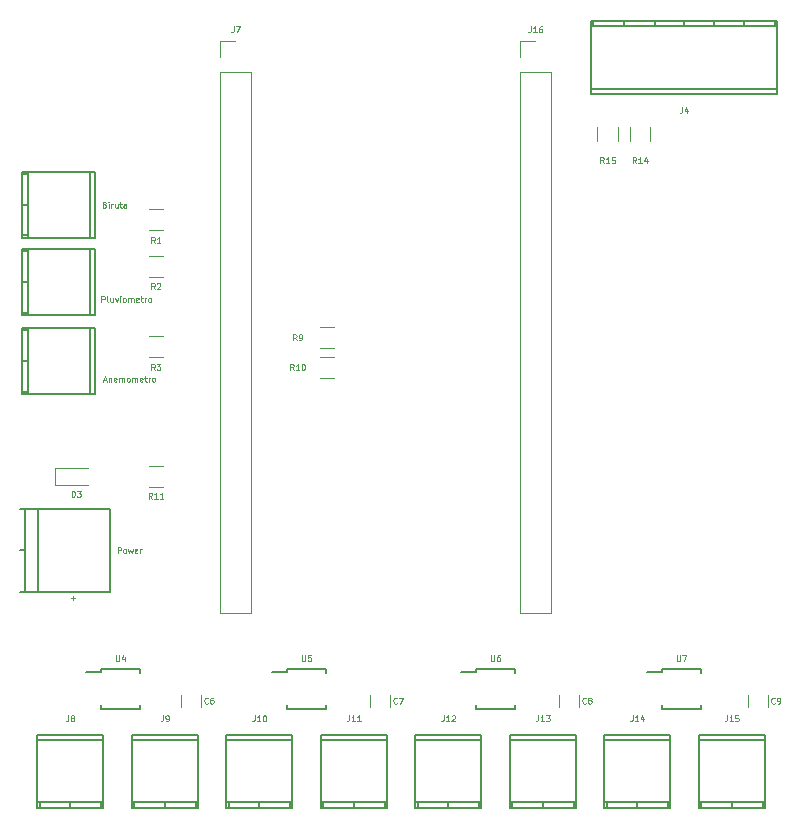
<source format=gbr>
G04 #@! TF.FileFunction,Legend,Top*
%FSLAX46Y46*%
G04 Gerber Fmt 4.6, Leading zero omitted, Abs format (unit mm)*
G04 Created by KiCad (PCBNEW 4.0.7-e2-6376~58~ubuntu16.04.1) date Wed Sep  5 16:40:10 2018*
%MOMM*%
%LPD*%
G01*
G04 APERTURE LIST*
%ADD10C,0.100000*%
%ADD11C,0.075000*%
%ADD12C,0.120000*%
%ADD13C,0.150000*%
G04 APERTURE END LIST*
D10*
D11*
X107059524Y-76785714D02*
X107440476Y-76785714D01*
X107250000Y-76976190D02*
X107250000Y-76595238D01*
D12*
X118100000Y-86000000D02*
X118100000Y-85000000D01*
X116400000Y-85000000D02*
X116400000Y-86000000D01*
X134100000Y-86000000D02*
X134100000Y-85000000D01*
X132400000Y-85000000D02*
X132400000Y-86000000D01*
X150100000Y-86000000D02*
X150100000Y-85000000D01*
X148400000Y-85000000D02*
X148400000Y-86000000D01*
X166100000Y-86000000D02*
X166100000Y-85000000D01*
X164400000Y-85000000D02*
X164400000Y-86000000D01*
X105700000Y-65800000D02*
X105700000Y-67200000D01*
X105700000Y-67200000D02*
X108500000Y-67200000D01*
X105700000Y-65800000D02*
X108500000Y-65800000D01*
D13*
X103399040Y-46279080D02*
X103399040Y-40680920D01*
X102901200Y-40879040D02*
X103399040Y-40879040D01*
X103399040Y-46080960D02*
X102901200Y-46080960D01*
X102901200Y-43480000D02*
X103399040Y-43480000D01*
X108700020Y-40680920D02*
X108700020Y-46279080D01*
X102901200Y-40680920D02*
X102901200Y-46279080D01*
X102901200Y-46279080D02*
X109098800Y-46279080D01*
X109098800Y-46279080D02*
X109098800Y-40680920D01*
X109098800Y-40680920D02*
X102901200Y-40680920D01*
X103150000Y-72750000D02*
X102750000Y-72750000D01*
X104250000Y-69250000D02*
X104250000Y-76250000D01*
X103150000Y-69250000D02*
X103150000Y-76250000D01*
X110350000Y-69250000D02*
X102750000Y-69250000D01*
X102750000Y-76250000D02*
X110350000Y-76250000D01*
X110350000Y-76250000D02*
X110350000Y-69250000D01*
X151080600Y-34098800D02*
X166879400Y-34098800D01*
X151080600Y-33700020D02*
X166879400Y-33700020D01*
X166879400Y-27901200D02*
X151080600Y-27901200D01*
X151080600Y-28399040D02*
X166879400Y-28399040D01*
X153879680Y-28399040D02*
X153879680Y-27901200D01*
X156480640Y-28399040D02*
X156480640Y-27901200D01*
X158982540Y-28399040D02*
X158982540Y-27901200D01*
X161479360Y-28399040D02*
X161479360Y-27901200D01*
X166676200Y-27901200D02*
X166676200Y-28399040D01*
X151283800Y-28399040D02*
X151283800Y-27901200D01*
X164077780Y-27901200D02*
X164077780Y-28399040D01*
X151085680Y-27901200D02*
X151085680Y-34098800D01*
X166874320Y-34098800D02*
X166874320Y-27901200D01*
X103399040Y-52819080D02*
X103399040Y-47220920D01*
X102901200Y-47419040D02*
X103399040Y-47419040D01*
X103399040Y-52620960D02*
X102901200Y-52620960D01*
X102901200Y-50020000D02*
X103399040Y-50020000D01*
X108700020Y-47220920D02*
X108700020Y-52819080D01*
X102901200Y-47220920D02*
X102901200Y-52819080D01*
X102901200Y-52819080D02*
X109098800Y-52819080D01*
X109098800Y-52819080D02*
X109098800Y-47220920D01*
X109098800Y-47220920D02*
X102901200Y-47220920D01*
X103399040Y-59529080D02*
X103399040Y-53930920D01*
X102901200Y-54129040D02*
X103399040Y-54129040D01*
X103399040Y-59330960D02*
X102901200Y-59330960D01*
X102901200Y-56730000D02*
X103399040Y-56730000D01*
X108700020Y-53930920D02*
X108700020Y-59529080D01*
X102901200Y-53930920D02*
X102901200Y-59529080D01*
X102901200Y-59529080D02*
X109098800Y-59529080D01*
X109098800Y-59529080D02*
X109098800Y-53930920D01*
X109098800Y-53930920D02*
X102901200Y-53930920D01*
D12*
X119670000Y-78050000D02*
X122330000Y-78050000D01*
X119670000Y-32270000D02*
X119670000Y-78050000D01*
X122330000Y-32270000D02*
X122330000Y-78050000D01*
X119670000Y-32270000D02*
X122330000Y-32270000D01*
X119670000Y-31000000D02*
X119670000Y-29670000D01*
X119670000Y-29670000D02*
X121000000Y-29670000D01*
D13*
X109819080Y-94100960D02*
X104220920Y-94100960D01*
X104419040Y-94598800D02*
X104419040Y-94100960D01*
X109620960Y-94100960D02*
X109620960Y-94598800D01*
X107020000Y-94598800D02*
X107020000Y-94100960D01*
X104220920Y-88799980D02*
X109819080Y-88799980D01*
X104220920Y-94598800D02*
X109819080Y-94598800D01*
X109819080Y-94598800D02*
X109819080Y-88401200D01*
X109819080Y-88401200D02*
X104220920Y-88401200D01*
X104220920Y-88401200D02*
X104220920Y-94598800D01*
X117819080Y-94100960D02*
X112220920Y-94100960D01*
X112419040Y-94598800D02*
X112419040Y-94100960D01*
X117620960Y-94100960D02*
X117620960Y-94598800D01*
X115020000Y-94598800D02*
X115020000Y-94100960D01*
X112220920Y-88799980D02*
X117819080Y-88799980D01*
X112220920Y-94598800D02*
X117819080Y-94598800D01*
X117819080Y-94598800D02*
X117819080Y-88401200D01*
X117819080Y-88401200D02*
X112220920Y-88401200D01*
X112220920Y-88401200D02*
X112220920Y-94598800D01*
X125819080Y-94100960D02*
X120220920Y-94100960D01*
X120419040Y-94598800D02*
X120419040Y-94100960D01*
X125620960Y-94100960D02*
X125620960Y-94598800D01*
X123020000Y-94598800D02*
X123020000Y-94100960D01*
X120220920Y-88799980D02*
X125819080Y-88799980D01*
X120220920Y-94598800D02*
X125819080Y-94598800D01*
X125819080Y-94598800D02*
X125819080Y-88401200D01*
X125819080Y-88401200D02*
X120220920Y-88401200D01*
X120220920Y-88401200D02*
X120220920Y-94598800D01*
X133819080Y-94100960D02*
X128220920Y-94100960D01*
X128419040Y-94598800D02*
X128419040Y-94100960D01*
X133620960Y-94100960D02*
X133620960Y-94598800D01*
X131020000Y-94598800D02*
X131020000Y-94100960D01*
X128220920Y-88799980D02*
X133819080Y-88799980D01*
X128220920Y-94598800D02*
X133819080Y-94598800D01*
X133819080Y-94598800D02*
X133819080Y-88401200D01*
X133819080Y-88401200D02*
X128220920Y-88401200D01*
X128220920Y-88401200D02*
X128220920Y-94598800D01*
X141819080Y-94100960D02*
X136220920Y-94100960D01*
X136419040Y-94598800D02*
X136419040Y-94100960D01*
X141620960Y-94100960D02*
X141620960Y-94598800D01*
X139020000Y-94598800D02*
X139020000Y-94100960D01*
X136220920Y-88799980D02*
X141819080Y-88799980D01*
X136220920Y-94598800D02*
X141819080Y-94598800D01*
X141819080Y-94598800D02*
X141819080Y-88401200D01*
X141819080Y-88401200D02*
X136220920Y-88401200D01*
X136220920Y-88401200D02*
X136220920Y-94598800D01*
X149819080Y-94100960D02*
X144220920Y-94100960D01*
X144419040Y-94598800D02*
X144419040Y-94100960D01*
X149620960Y-94100960D02*
X149620960Y-94598800D01*
X147020000Y-94598800D02*
X147020000Y-94100960D01*
X144220920Y-88799980D02*
X149819080Y-88799980D01*
X144220920Y-94598800D02*
X149819080Y-94598800D01*
X149819080Y-94598800D02*
X149819080Y-88401200D01*
X149819080Y-88401200D02*
X144220920Y-88401200D01*
X144220920Y-88401200D02*
X144220920Y-94598800D01*
X157819080Y-94100960D02*
X152220920Y-94100960D01*
X152419040Y-94598800D02*
X152419040Y-94100960D01*
X157620960Y-94100960D02*
X157620960Y-94598800D01*
X155020000Y-94598800D02*
X155020000Y-94100960D01*
X152220920Y-88799980D02*
X157819080Y-88799980D01*
X152220920Y-94598800D02*
X157819080Y-94598800D01*
X157819080Y-94598800D02*
X157819080Y-88401200D01*
X157819080Y-88401200D02*
X152220920Y-88401200D01*
X152220920Y-88401200D02*
X152220920Y-94598800D01*
X165819080Y-94100960D02*
X160220920Y-94100960D01*
X160419040Y-94598800D02*
X160419040Y-94100960D01*
X165620960Y-94100960D02*
X165620960Y-94598800D01*
X163020000Y-94598800D02*
X163020000Y-94100960D01*
X160220920Y-88799980D02*
X165819080Y-88799980D01*
X160220920Y-94598800D02*
X165819080Y-94598800D01*
X165819080Y-94598800D02*
X165819080Y-88401200D01*
X165819080Y-88401200D02*
X160220920Y-88401200D01*
X160220920Y-88401200D02*
X160220920Y-94598800D01*
D12*
X145070000Y-78050000D02*
X147730000Y-78050000D01*
X145070000Y-32270000D02*
X145070000Y-78050000D01*
X147730000Y-32270000D02*
X147730000Y-78050000D01*
X145070000Y-32270000D02*
X147730000Y-32270000D01*
X145070000Y-31000000D02*
X145070000Y-29670000D01*
X145070000Y-29670000D02*
X146400000Y-29670000D01*
X114850000Y-45630000D02*
X113650000Y-45630000D01*
X113650000Y-43870000D02*
X114850000Y-43870000D01*
X113650000Y-47870000D02*
X114850000Y-47870000D01*
X114850000Y-49630000D02*
X113650000Y-49630000D01*
X114850000Y-56380000D02*
X113650000Y-56380000D01*
X113650000Y-54620000D02*
X114850000Y-54620000D01*
X129350000Y-55630000D02*
X128150000Y-55630000D01*
X128150000Y-53870000D02*
X129350000Y-53870000D01*
X129350000Y-58130000D02*
X128150000Y-58130000D01*
X128150000Y-56370000D02*
X129350000Y-56370000D01*
X113650000Y-65620000D02*
X114850000Y-65620000D01*
X114850000Y-67380000D02*
X113650000Y-67380000D01*
X154370000Y-38100000D02*
X154370000Y-36900000D01*
X156130000Y-36900000D02*
X156130000Y-38100000D01*
X151620000Y-38100000D02*
X151620000Y-36900000D01*
X153380000Y-36900000D02*
X153380000Y-38100000D01*
D13*
X109575000Y-82825000D02*
X109575000Y-83050000D01*
X112925000Y-82825000D02*
X112925000Y-83125000D01*
X112925000Y-86175000D02*
X112925000Y-85875000D01*
X109575000Y-86175000D02*
X109575000Y-85875000D01*
X109575000Y-82825000D02*
X112925000Y-82825000D01*
X109575000Y-86175000D02*
X112925000Y-86175000D01*
X109575000Y-83050000D02*
X108350000Y-83050000D01*
X125325000Y-82825000D02*
X125325000Y-83050000D01*
X128675000Y-82825000D02*
X128675000Y-83125000D01*
X128675000Y-86175000D02*
X128675000Y-85875000D01*
X125325000Y-86175000D02*
X125325000Y-85875000D01*
X125325000Y-82825000D02*
X128675000Y-82825000D01*
X125325000Y-86175000D02*
X128675000Y-86175000D01*
X125325000Y-83050000D02*
X124100000Y-83050000D01*
X141325000Y-82825000D02*
X141325000Y-83050000D01*
X144675000Y-82825000D02*
X144675000Y-83125000D01*
X144675000Y-86175000D02*
X144675000Y-85875000D01*
X141325000Y-86175000D02*
X141325000Y-85875000D01*
X141325000Y-82825000D02*
X144675000Y-82825000D01*
X141325000Y-86175000D02*
X144675000Y-86175000D01*
X141325000Y-83050000D02*
X140100000Y-83050000D01*
X157075000Y-82825000D02*
X157075000Y-83050000D01*
X160425000Y-82825000D02*
X160425000Y-83125000D01*
X160425000Y-86175000D02*
X160425000Y-85875000D01*
X157075000Y-86175000D02*
X157075000Y-85875000D01*
X157075000Y-82825000D02*
X160425000Y-82825000D01*
X157075000Y-86175000D02*
X160425000Y-86175000D01*
X157075000Y-83050000D02*
X155850000Y-83050000D01*
D11*
X118666667Y-85678571D02*
X118642857Y-85702381D01*
X118571429Y-85726190D01*
X118523810Y-85726190D01*
X118452381Y-85702381D01*
X118404762Y-85654762D01*
X118380953Y-85607143D01*
X118357143Y-85511905D01*
X118357143Y-85440476D01*
X118380953Y-85345238D01*
X118404762Y-85297619D01*
X118452381Y-85250000D01*
X118523810Y-85226190D01*
X118571429Y-85226190D01*
X118642857Y-85250000D01*
X118666667Y-85273810D01*
X119095238Y-85226190D02*
X119000000Y-85226190D01*
X118952381Y-85250000D01*
X118928572Y-85273810D01*
X118880953Y-85345238D01*
X118857143Y-85440476D01*
X118857143Y-85630952D01*
X118880953Y-85678571D01*
X118904762Y-85702381D01*
X118952381Y-85726190D01*
X119047619Y-85726190D01*
X119095238Y-85702381D01*
X119119048Y-85678571D01*
X119142857Y-85630952D01*
X119142857Y-85511905D01*
X119119048Y-85464286D01*
X119095238Y-85440476D01*
X119047619Y-85416667D01*
X118952381Y-85416667D01*
X118904762Y-85440476D01*
X118880953Y-85464286D01*
X118857143Y-85511905D01*
X134666667Y-85678571D02*
X134642857Y-85702381D01*
X134571429Y-85726190D01*
X134523810Y-85726190D01*
X134452381Y-85702381D01*
X134404762Y-85654762D01*
X134380953Y-85607143D01*
X134357143Y-85511905D01*
X134357143Y-85440476D01*
X134380953Y-85345238D01*
X134404762Y-85297619D01*
X134452381Y-85250000D01*
X134523810Y-85226190D01*
X134571429Y-85226190D01*
X134642857Y-85250000D01*
X134666667Y-85273810D01*
X134833334Y-85226190D02*
X135166667Y-85226190D01*
X134952381Y-85726190D01*
X150666667Y-85678571D02*
X150642857Y-85702381D01*
X150571429Y-85726190D01*
X150523810Y-85726190D01*
X150452381Y-85702381D01*
X150404762Y-85654762D01*
X150380953Y-85607143D01*
X150357143Y-85511905D01*
X150357143Y-85440476D01*
X150380953Y-85345238D01*
X150404762Y-85297619D01*
X150452381Y-85250000D01*
X150523810Y-85226190D01*
X150571429Y-85226190D01*
X150642857Y-85250000D01*
X150666667Y-85273810D01*
X150952381Y-85440476D02*
X150904762Y-85416667D01*
X150880953Y-85392857D01*
X150857143Y-85345238D01*
X150857143Y-85321429D01*
X150880953Y-85273810D01*
X150904762Y-85250000D01*
X150952381Y-85226190D01*
X151047619Y-85226190D01*
X151095238Y-85250000D01*
X151119048Y-85273810D01*
X151142857Y-85321429D01*
X151142857Y-85345238D01*
X151119048Y-85392857D01*
X151095238Y-85416667D01*
X151047619Y-85440476D01*
X150952381Y-85440476D01*
X150904762Y-85464286D01*
X150880953Y-85488095D01*
X150857143Y-85535714D01*
X150857143Y-85630952D01*
X150880953Y-85678571D01*
X150904762Y-85702381D01*
X150952381Y-85726190D01*
X151047619Y-85726190D01*
X151095238Y-85702381D01*
X151119048Y-85678571D01*
X151142857Y-85630952D01*
X151142857Y-85535714D01*
X151119048Y-85488095D01*
X151095238Y-85464286D01*
X151047619Y-85440476D01*
X166666667Y-85678571D02*
X166642857Y-85702381D01*
X166571429Y-85726190D01*
X166523810Y-85726190D01*
X166452381Y-85702381D01*
X166404762Y-85654762D01*
X166380953Y-85607143D01*
X166357143Y-85511905D01*
X166357143Y-85440476D01*
X166380953Y-85345238D01*
X166404762Y-85297619D01*
X166452381Y-85250000D01*
X166523810Y-85226190D01*
X166571429Y-85226190D01*
X166642857Y-85250000D01*
X166666667Y-85273810D01*
X166904762Y-85726190D02*
X167000000Y-85726190D01*
X167047619Y-85702381D01*
X167071429Y-85678571D01*
X167119048Y-85607143D01*
X167142857Y-85511905D01*
X167142857Y-85321429D01*
X167119048Y-85273810D01*
X167095238Y-85250000D01*
X167047619Y-85226190D01*
X166952381Y-85226190D01*
X166904762Y-85250000D01*
X166880953Y-85273810D01*
X166857143Y-85321429D01*
X166857143Y-85440476D01*
X166880953Y-85488095D01*
X166904762Y-85511905D01*
X166952381Y-85535714D01*
X167047619Y-85535714D01*
X167095238Y-85511905D01*
X167119048Y-85488095D01*
X167142857Y-85440476D01*
X107130953Y-68226190D02*
X107130953Y-67726190D01*
X107250000Y-67726190D01*
X107321429Y-67750000D01*
X107369048Y-67797619D01*
X107392857Y-67845238D01*
X107416667Y-67940476D01*
X107416667Y-68011905D01*
X107392857Y-68107143D01*
X107369048Y-68154762D01*
X107321429Y-68202381D01*
X107250000Y-68226190D01*
X107130953Y-68226190D01*
X107583334Y-67726190D02*
X107892857Y-67726190D01*
X107726191Y-67916667D01*
X107797619Y-67916667D01*
X107845238Y-67940476D01*
X107869048Y-67964286D01*
X107892857Y-68011905D01*
X107892857Y-68130952D01*
X107869048Y-68178571D01*
X107845238Y-68202381D01*
X107797619Y-68226190D01*
X107654762Y-68226190D01*
X107607143Y-68202381D01*
X107583334Y-68178571D01*
X109916667Y-43464286D02*
X109988096Y-43488095D01*
X110011905Y-43511905D01*
X110035715Y-43559524D01*
X110035715Y-43630952D01*
X110011905Y-43678571D01*
X109988096Y-43702381D01*
X109940477Y-43726190D01*
X109750001Y-43726190D01*
X109750001Y-43226190D01*
X109916667Y-43226190D01*
X109964286Y-43250000D01*
X109988096Y-43273810D01*
X110011905Y-43321429D01*
X110011905Y-43369048D01*
X109988096Y-43416667D01*
X109964286Y-43440476D01*
X109916667Y-43464286D01*
X109750001Y-43464286D01*
X110250001Y-43726190D02*
X110250001Y-43392857D01*
X110250001Y-43226190D02*
X110226191Y-43250000D01*
X110250001Y-43273810D01*
X110273810Y-43250000D01*
X110250001Y-43226190D01*
X110250001Y-43273810D01*
X110488096Y-43726190D02*
X110488096Y-43392857D01*
X110488096Y-43488095D02*
X110511905Y-43440476D01*
X110535715Y-43416667D01*
X110583334Y-43392857D01*
X110630953Y-43392857D01*
X111011905Y-43392857D02*
X111011905Y-43726190D01*
X110797620Y-43392857D02*
X110797620Y-43654762D01*
X110821429Y-43702381D01*
X110869048Y-43726190D01*
X110940477Y-43726190D01*
X110988096Y-43702381D01*
X111011905Y-43678571D01*
X111178572Y-43392857D02*
X111369048Y-43392857D01*
X111250001Y-43226190D02*
X111250001Y-43654762D01*
X111273810Y-43702381D01*
X111321429Y-43726190D01*
X111369048Y-43726190D01*
X111750000Y-43726190D02*
X111750000Y-43464286D01*
X111726191Y-43416667D01*
X111678572Y-43392857D01*
X111583334Y-43392857D01*
X111535715Y-43416667D01*
X111750000Y-43702381D02*
X111702381Y-43726190D01*
X111583334Y-43726190D01*
X111535715Y-43702381D01*
X111511905Y-43654762D01*
X111511905Y-43607143D01*
X111535715Y-43559524D01*
X111583334Y-43535714D01*
X111702381Y-43535714D01*
X111750000Y-43511905D01*
X111011905Y-72976190D02*
X111011905Y-72476190D01*
X111202381Y-72476190D01*
X111250000Y-72500000D01*
X111273809Y-72523810D01*
X111297619Y-72571429D01*
X111297619Y-72642857D01*
X111273809Y-72690476D01*
X111250000Y-72714286D01*
X111202381Y-72738095D01*
X111011905Y-72738095D01*
X111583333Y-72976190D02*
X111535714Y-72952381D01*
X111511905Y-72928571D01*
X111488095Y-72880952D01*
X111488095Y-72738095D01*
X111511905Y-72690476D01*
X111535714Y-72666667D01*
X111583333Y-72642857D01*
X111654762Y-72642857D01*
X111702381Y-72666667D01*
X111726190Y-72690476D01*
X111750000Y-72738095D01*
X111750000Y-72880952D01*
X111726190Y-72928571D01*
X111702381Y-72952381D01*
X111654762Y-72976190D01*
X111583333Y-72976190D01*
X111916667Y-72642857D02*
X112011905Y-72976190D01*
X112107143Y-72738095D01*
X112202381Y-72976190D01*
X112297619Y-72642857D01*
X112678572Y-72952381D02*
X112630953Y-72976190D01*
X112535715Y-72976190D01*
X112488096Y-72952381D01*
X112464286Y-72904762D01*
X112464286Y-72714286D01*
X112488096Y-72666667D01*
X112535715Y-72642857D01*
X112630953Y-72642857D01*
X112678572Y-72666667D01*
X112702381Y-72714286D01*
X112702381Y-72761905D01*
X112464286Y-72809524D01*
X112916667Y-72976190D02*
X112916667Y-72642857D01*
X112916667Y-72738095D02*
X112940476Y-72690476D01*
X112964286Y-72666667D01*
X113011905Y-72642857D01*
X113059524Y-72642857D01*
X158813334Y-35227070D02*
X158813334Y-35584213D01*
X158789524Y-35655642D01*
X158741905Y-35703261D01*
X158670477Y-35727070D01*
X158622858Y-35727070D01*
X159265714Y-35393737D02*
X159265714Y-35727070D01*
X159146667Y-35203261D02*
X159027619Y-35560404D01*
X159337143Y-35560404D01*
X109654763Y-51726190D02*
X109654763Y-51226190D01*
X109845239Y-51226190D01*
X109892858Y-51250000D01*
X109916667Y-51273810D01*
X109940477Y-51321429D01*
X109940477Y-51392857D01*
X109916667Y-51440476D01*
X109892858Y-51464286D01*
X109845239Y-51488095D01*
X109654763Y-51488095D01*
X110226191Y-51726190D02*
X110178572Y-51702381D01*
X110154763Y-51654762D01*
X110154763Y-51226190D01*
X110630953Y-51392857D02*
X110630953Y-51726190D01*
X110416668Y-51392857D02*
X110416668Y-51654762D01*
X110440477Y-51702381D01*
X110488096Y-51726190D01*
X110559525Y-51726190D01*
X110607144Y-51702381D01*
X110630953Y-51678571D01*
X110821430Y-51392857D02*
X110940477Y-51726190D01*
X111059525Y-51392857D01*
X111250001Y-51726190D02*
X111250001Y-51392857D01*
X111250001Y-51226190D02*
X111226191Y-51250000D01*
X111250001Y-51273810D01*
X111273810Y-51250000D01*
X111250001Y-51226190D01*
X111250001Y-51273810D01*
X111559524Y-51726190D02*
X111511905Y-51702381D01*
X111488096Y-51678571D01*
X111464286Y-51630952D01*
X111464286Y-51488095D01*
X111488096Y-51440476D01*
X111511905Y-51416667D01*
X111559524Y-51392857D01*
X111630953Y-51392857D01*
X111678572Y-51416667D01*
X111702381Y-51440476D01*
X111726191Y-51488095D01*
X111726191Y-51630952D01*
X111702381Y-51678571D01*
X111678572Y-51702381D01*
X111630953Y-51726190D01*
X111559524Y-51726190D01*
X111940477Y-51726190D02*
X111940477Y-51392857D01*
X111940477Y-51440476D02*
X111964286Y-51416667D01*
X112011905Y-51392857D01*
X112083334Y-51392857D01*
X112130953Y-51416667D01*
X112154762Y-51464286D01*
X112154762Y-51726190D01*
X112154762Y-51464286D02*
X112178572Y-51416667D01*
X112226191Y-51392857D01*
X112297619Y-51392857D01*
X112345239Y-51416667D01*
X112369048Y-51464286D01*
X112369048Y-51726190D01*
X112797620Y-51702381D02*
X112750001Y-51726190D01*
X112654763Y-51726190D01*
X112607144Y-51702381D01*
X112583334Y-51654762D01*
X112583334Y-51464286D01*
X112607144Y-51416667D01*
X112654763Y-51392857D01*
X112750001Y-51392857D01*
X112797620Y-51416667D01*
X112821429Y-51464286D01*
X112821429Y-51511905D01*
X112583334Y-51559524D01*
X112964286Y-51392857D02*
X113154762Y-51392857D01*
X113035715Y-51226190D02*
X113035715Y-51654762D01*
X113059524Y-51702381D01*
X113107143Y-51726190D01*
X113154762Y-51726190D01*
X113321429Y-51726190D02*
X113321429Y-51392857D01*
X113321429Y-51488095D02*
X113345238Y-51440476D01*
X113369048Y-51416667D01*
X113416667Y-51392857D01*
X113464286Y-51392857D01*
X113702381Y-51726190D02*
X113654762Y-51702381D01*
X113630953Y-51678571D01*
X113607143Y-51630952D01*
X113607143Y-51488095D01*
X113630953Y-51440476D01*
X113654762Y-51416667D01*
X113702381Y-51392857D01*
X113773810Y-51392857D01*
X113821429Y-51416667D01*
X113845238Y-51440476D01*
X113869048Y-51488095D01*
X113869048Y-51630952D01*
X113845238Y-51678571D01*
X113821429Y-51702381D01*
X113773810Y-51726190D01*
X113702381Y-51726190D01*
X109809524Y-58333333D02*
X110047619Y-58333333D01*
X109761905Y-58476190D02*
X109928572Y-57976190D01*
X110095238Y-58476190D01*
X110261905Y-58142857D02*
X110261905Y-58476190D01*
X110261905Y-58190476D02*
X110285714Y-58166667D01*
X110333333Y-58142857D01*
X110404762Y-58142857D01*
X110452381Y-58166667D01*
X110476190Y-58214286D01*
X110476190Y-58476190D01*
X110904762Y-58452381D02*
X110857143Y-58476190D01*
X110761905Y-58476190D01*
X110714286Y-58452381D01*
X110690476Y-58404762D01*
X110690476Y-58214286D01*
X110714286Y-58166667D01*
X110761905Y-58142857D01*
X110857143Y-58142857D01*
X110904762Y-58166667D01*
X110928571Y-58214286D01*
X110928571Y-58261905D01*
X110690476Y-58309524D01*
X111142857Y-58476190D02*
X111142857Y-58142857D01*
X111142857Y-58190476D02*
X111166666Y-58166667D01*
X111214285Y-58142857D01*
X111285714Y-58142857D01*
X111333333Y-58166667D01*
X111357142Y-58214286D01*
X111357142Y-58476190D01*
X111357142Y-58214286D02*
X111380952Y-58166667D01*
X111428571Y-58142857D01*
X111499999Y-58142857D01*
X111547619Y-58166667D01*
X111571428Y-58214286D01*
X111571428Y-58476190D01*
X111880952Y-58476190D02*
X111833333Y-58452381D01*
X111809524Y-58428571D01*
X111785714Y-58380952D01*
X111785714Y-58238095D01*
X111809524Y-58190476D01*
X111833333Y-58166667D01*
X111880952Y-58142857D01*
X111952381Y-58142857D01*
X112000000Y-58166667D01*
X112023809Y-58190476D01*
X112047619Y-58238095D01*
X112047619Y-58380952D01*
X112023809Y-58428571D01*
X112000000Y-58452381D01*
X111952381Y-58476190D01*
X111880952Y-58476190D01*
X112261905Y-58476190D02*
X112261905Y-58142857D01*
X112261905Y-58190476D02*
X112285714Y-58166667D01*
X112333333Y-58142857D01*
X112404762Y-58142857D01*
X112452381Y-58166667D01*
X112476190Y-58214286D01*
X112476190Y-58476190D01*
X112476190Y-58214286D02*
X112500000Y-58166667D01*
X112547619Y-58142857D01*
X112619047Y-58142857D01*
X112666667Y-58166667D01*
X112690476Y-58214286D01*
X112690476Y-58476190D01*
X113119048Y-58452381D02*
X113071429Y-58476190D01*
X112976191Y-58476190D01*
X112928572Y-58452381D01*
X112904762Y-58404762D01*
X112904762Y-58214286D01*
X112928572Y-58166667D01*
X112976191Y-58142857D01*
X113071429Y-58142857D01*
X113119048Y-58166667D01*
X113142857Y-58214286D01*
X113142857Y-58261905D01*
X112904762Y-58309524D01*
X113285714Y-58142857D02*
X113476190Y-58142857D01*
X113357143Y-57976190D02*
X113357143Y-58404762D01*
X113380952Y-58452381D01*
X113428571Y-58476190D01*
X113476190Y-58476190D01*
X113642857Y-58476190D02*
X113642857Y-58142857D01*
X113642857Y-58238095D02*
X113666666Y-58190476D01*
X113690476Y-58166667D01*
X113738095Y-58142857D01*
X113785714Y-58142857D01*
X114023809Y-58476190D02*
X113976190Y-58452381D01*
X113952381Y-58428571D01*
X113928571Y-58380952D01*
X113928571Y-58238095D01*
X113952381Y-58190476D01*
X113976190Y-58166667D01*
X114023809Y-58142857D01*
X114095238Y-58142857D01*
X114142857Y-58166667D01*
X114166666Y-58190476D01*
X114190476Y-58238095D01*
X114190476Y-58380952D01*
X114166666Y-58428571D01*
X114142857Y-58452381D01*
X114095238Y-58476190D01*
X114023809Y-58476190D01*
X120833334Y-28396190D02*
X120833334Y-28753333D01*
X120809524Y-28824762D01*
X120761905Y-28872381D01*
X120690477Y-28896190D01*
X120642858Y-28896190D01*
X121023810Y-28396190D02*
X121357143Y-28396190D01*
X121142857Y-28896190D01*
X106853334Y-86725310D02*
X106853334Y-87082453D01*
X106829524Y-87153882D01*
X106781905Y-87201501D01*
X106710477Y-87225310D01*
X106662858Y-87225310D01*
X107162857Y-86939596D02*
X107115238Y-86915787D01*
X107091429Y-86891977D01*
X107067619Y-86844358D01*
X107067619Y-86820549D01*
X107091429Y-86772930D01*
X107115238Y-86749120D01*
X107162857Y-86725310D01*
X107258095Y-86725310D01*
X107305714Y-86749120D01*
X107329524Y-86772930D01*
X107353333Y-86820549D01*
X107353333Y-86844358D01*
X107329524Y-86891977D01*
X107305714Y-86915787D01*
X107258095Y-86939596D01*
X107162857Y-86939596D01*
X107115238Y-86963406D01*
X107091429Y-86987215D01*
X107067619Y-87034834D01*
X107067619Y-87130072D01*
X107091429Y-87177691D01*
X107115238Y-87201501D01*
X107162857Y-87225310D01*
X107258095Y-87225310D01*
X107305714Y-87201501D01*
X107329524Y-87177691D01*
X107353333Y-87130072D01*
X107353333Y-87034834D01*
X107329524Y-86987215D01*
X107305714Y-86963406D01*
X107258095Y-86939596D01*
X114853334Y-86725310D02*
X114853334Y-87082453D01*
X114829524Y-87153882D01*
X114781905Y-87201501D01*
X114710477Y-87225310D01*
X114662858Y-87225310D01*
X115115238Y-87225310D02*
X115210476Y-87225310D01*
X115258095Y-87201501D01*
X115281905Y-87177691D01*
X115329524Y-87106263D01*
X115353333Y-87011025D01*
X115353333Y-86820549D01*
X115329524Y-86772930D01*
X115305714Y-86749120D01*
X115258095Y-86725310D01*
X115162857Y-86725310D01*
X115115238Y-86749120D01*
X115091429Y-86772930D01*
X115067619Y-86820549D01*
X115067619Y-86939596D01*
X115091429Y-86987215D01*
X115115238Y-87011025D01*
X115162857Y-87034834D01*
X115258095Y-87034834D01*
X115305714Y-87011025D01*
X115329524Y-86987215D01*
X115353333Y-86939596D01*
X122615239Y-86725310D02*
X122615239Y-87082453D01*
X122591429Y-87153882D01*
X122543810Y-87201501D01*
X122472382Y-87225310D01*
X122424763Y-87225310D01*
X123115238Y-87225310D02*
X122829524Y-87225310D01*
X122972381Y-87225310D02*
X122972381Y-86725310D01*
X122924762Y-86796739D01*
X122877143Y-86844358D01*
X122829524Y-86868168D01*
X123424762Y-86725310D02*
X123472381Y-86725310D01*
X123520000Y-86749120D01*
X123543809Y-86772930D01*
X123567619Y-86820549D01*
X123591428Y-86915787D01*
X123591428Y-87034834D01*
X123567619Y-87130072D01*
X123543809Y-87177691D01*
X123520000Y-87201501D01*
X123472381Y-87225310D01*
X123424762Y-87225310D01*
X123377143Y-87201501D01*
X123353333Y-87177691D01*
X123329524Y-87130072D01*
X123305714Y-87034834D01*
X123305714Y-86915787D01*
X123329524Y-86820549D01*
X123353333Y-86772930D01*
X123377143Y-86749120D01*
X123424762Y-86725310D01*
X130615239Y-86725310D02*
X130615239Y-87082453D01*
X130591429Y-87153882D01*
X130543810Y-87201501D01*
X130472382Y-87225310D01*
X130424763Y-87225310D01*
X131115238Y-87225310D02*
X130829524Y-87225310D01*
X130972381Y-87225310D02*
X130972381Y-86725310D01*
X130924762Y-86796739D01*
X130877143Y-86844358D01*
X130829524Y-86868168D01*
X131591428Y-87225310D02*
X131305714Y-87225310D01*
X131448571Y-87225310D02*
X131448571Y-86725310D01*
X131400952Y-86796739D01*
X131353333Y-86844358D01*
X131305714Y-86868168D01*
X138615239Y-86725310D02*
X138615239Y-87082453D01*
X138591429Y-87153882D01*
X138543810Y-87201501D01*
X138472382Y-87225310D01*
X138424763Y-87225310D01*
X139115238Y-87225310D02*
X138829524Y-87225310D01*
X138972381Y-87225310D02*
X138972381Y-86725310D01*
X138924762Y-86796739D01*
X138877143Y-86844358D01*
X138829524Y-86868168D01*
X139305714Y-86772930D02*
X139329524Y-86749120D01*
X139377143Y-86725310D01*
X139496190Y-86725310D01*
X139543809Y-86749120D01*
X139567619Y-86772930D01*
X139591428Y-86820549D01*
X139591428Y-86868168D01*
X139567619Y-86939596D01*
X139281905Y-87225310D01*
X139591428Y-87225310D01*
X146615239Y-86725310D02*
X146615239Y-87082453D01*
X146591429Y-87153882D01*
X146543810Y-87201501D01*
X146472382Y-87225310D01*
X146424763Y-87225310D01*
X147115238Y-87225310D02*
X146829524Y-87225310D01*
X146972381Y-87225310D02*
X146972381Y-86725310D01*
X146924762Y-86796739D01*
X146877143Y-86844358D01*
X146829524Y-86868168D01*
X147281905Y-86725310D02*
X147591428Y-86725310D01*
X147424762Y-86915787D01*
X147496190Y-86915787D01*
X147543809Y-86939596D01*
X147567619Y-86963406D01*
X147591428Y-87011025D01*
X147591428Y-87130072D01*
X147567619Y-87177691D01*
X147543809Y-87201501D01*
X147496190Y-87225310D01*
X147353333Y-87225310D01*
X147305714Y-87201501D01*
X147281905Y-87177691D01*
X154615239Y-86725310D02*
X154615239Y-87082453D01*
X154591429Y-87153882D01*
X154543810Y-87201501D01*
X154472382Y-87225310D01*
X154424763Y-87225310D01*
X155115238Y-87225310D02*
X154829524Y-87225310D01*
X154972381Y-87225310D02*
X154972381Y-86725310D01*
X154924762Y-86796739D01*
X154877143Y-86844358D01*
X154829524Y-86868168D01*
X155543809Y-86891977D02*
X155543809Y-87225310D01*
X155424762Y-86701501D02*
X155305714Y-87058644D01*
X155615238Y-87058644D01*
X162615239Y-86725310D02*
X162615239Y-87082453D01*
X162591429Y-87153882D01*
X162543810Y-87201501D01*
X162472382Y-87225310D01*
X162424763Y-87225310D01*
X163115238Y-87225310D02*
X162829524Y-87225310D01*
X162972381Y-87225310D02*
X162972381Y-86725310D01*
X162924762Y-86796739D01*
X162877143Y-86844358D01*
X162829524Y-86868168D01*
X163567619Y-86725310D02*
X163329524Y-86725310D01*
X163305714Y-86963406D01*
X163329524Y-86939596D01*
X163377143Y-86915787D01*
X163496190Y-86915787D01*
X163543809Y-86939596D01*
X163567619Y-86963406D01*
X163591428Y-87011025D01*
X163591428Y-87130072D01*
X163567619Y-87177691D01*
X163543809Y-87201501D01*
X163496190Y-87225310D01*
X163377143Y-87225310D01*
X163329524Y-87201501D01*
X163305714Y-87177691D01*
X145995239Y-28396190D02*
X145995239Y-28753333D01*
X145971429Y-28824762D01*
X145923810Y-28872381D01*
X145852382Y-28896190D01*
X145804763Y-28896190D01*
X146495238Y-28896190D02*
X146209524Y-28896190D01*
X146352381Y-28896190D02*
X146352381Y-28396190D01*
X146304762Y-28467619D01*
X146257143Y-28515238D01*
X146209524Y-28539048D01*
X146923809Y-28396190D02*
X146828571Y-28396190D01*
X146780952Y-28420000D01*
X146757143Y-28443810D01*
X146709524Y-28515238D01*
X146685714Y-28610476D01*
X146685714Y-28800952D01*
X146709524Y-28848571D01*
X146733333Y-28872381D01*
X146780952Y-28896190D01*
X146876190Y-28896190D01*
X146923809Y-28872381D01*
X146947619Y-28848571D01*
X146971428Y-28800952D01*
X146971428Y-28681905D01*
X146947619Y-28634286D01*
X146923809Y-28610476D01*
X146876190Y-28586667D01*
X146780952Y-28586667D01*
X146733333Y-28610476D01*
X146709524Y-28634286D01*
X146685714Y-28681905D01*
X114166667Y-46726190D02*
X114000000Y-46488095D01*
X113880953Y-46726190D02*
X113880953Y-46226190D01*
X114071429Y-46226190D01*
X114119048Y-46250000D01*
X114142857Y-46273810D01*
X114166667Y-46321429D01*
X114166667Y-46392857D01*
X114142857Y-46440476D01*
X114119048Y-46464286D01*
X114071429Y-46488095D01*
X113880953Y-46488095D01*
X114642857Y-46726190D02*
X114357143Y-46726190D01*
X114500000Y-46726190D02*
X114500000Y-46226190D01*
X114452381Y-46297619D01*
X114404762Y-46345238D01*
X114357143Y-46369048D01*
X114166667Y-50626190D02*
X114000000Y-50388095D01*
X113880953Y-50626190D02*
X113880953Y-50126190D01*
X114071429Y-50126190D01*
X114119048Y-50150000D01*
X114142857Y-50173810D01*
X114166667Y-50221429D01*
X114166667Y-50292857D01*
X114142857Y-50340476D01*
X114119048Y-50364286D01*
X114071429Y-50388095D01*
X113880953Y-50388095D01*
X114357143Y-50173810D02*
X114380953Y-50150000D01*
X114428572Y-50126190D01*
X114547619Y-50126190D01*
X114595238Y-50150000D01*
X114619048Y-50173810D01*
X114642857Y-50221429D01*
X114642857Y-50269048D01*
X114619048Y-50340476D01*
X114333334Y-50626190D01*
X114642857Y-50626190D01*
X114166667Y-57476190D02*
X114000000Y-57238095D01*
X113880953Y-57476190D02*
X113880953Y-56976190D01*
X114071429Y-56976190D01*
X114119048Y-57000000D01*
X114142857Y-57023810D01*
X114166667Y-57071429D01*
X114166667Y-57142857D01*
X114142857Y-57190476D01*
X114119048Y-57214286D01*
X114071429Y-57238095D01*
X113880953Y-57238095D01*
X114333334Y-56976190D02*
X114642857Y-56976190D01*
X114476191Y-57166667D01*
X114547619Y-57166667D01*
X114595238Y-57190476D01*
X114619048Y-57214286D01*
X114642857Y-57261905D01*
X114642857Y-57380952D01*
X114619048Y-57428571D01*
X114595238Y-57452381D01*
X114547619Y-57476190D01*
X114404762Y-57476190D01*
X114357143Y-57452381D01*
X114333334Y-57428571D01*
X126166667Y-54976190D02*
X126000000Y-54738095D01*
X125880953Y-54976190D02*
X125880953Y-54476190D01*
X126071429Y-54476190D01*
X126119048Y-54500000D01*
X126142857Y-54523810D01*
X126166667Y-54571429D01*
X126166667Y-54642857D01*
X126142857Y-54690476D01*
X126119048Y-54714286D01*
X126071429Y-54738095D01*
X125880953Y-54738095D01*
X126404762Y-54976190D02*
X126500000Y-54976190D01*
X126547619Y-54952381D01*
X126571429Y-54928571D01*
X126619048Y-54857143D01*
X126642857Y-54761905D01*
X126642857Y-54571429D01*
X126619048Y-54523810D01*
X126595238Y-54500000D01*
X126547619Y-54476190D01*
X126452381Y-54476190D01*
X126404762Y-54500000D01*
X126380953Y-54523810D01*
X126357143Y-54571429D01*
X126357143Y-54690476D01*
X126380953Y-54738095D01*
X126404762Y-54761905D01*
X126452381Y-54785714D01*
X126547619Y-54785714D01*
X126595238Y-54761905D01*
X126619048Y-54738095D01*
X126642857Y-54690476D01*
X125928572Y-57476190D02*
X125761905Y-57238095D01*
X125642858Y-57476190D02*
X125642858Y-56976190D01*
X125833334Y-56976190D01*
X125880953Y-57000000D01*
X125904762Y-57023810D01*
X125928572Y-57071429D01*
X125928572Y-57142857D01*
X125904762Y-57190476D01*
X125880953Y-57214286D01*
X125833334Y-57238095D01*
X125642858Y-57238095D01*
X126404762Y-57476190D02*
X126119048Y-57476190D01*
X126261905Y-57476190D02*
X126261905Y-56976190D01*
X126214286Y-57047619D01*
X126166667Y-57095238D01*
X126119048Y-57119048D01*
X126714286Y-56976190D02*
X126761905Y-56976190D01*
X126809524Y-57000000D01*
X126833333Y-57023810D01*
X126857143Y-57071429D01*
X126880952Y-57166667D01*
X126880952Y-57285714D01*
X126857143Y-57380952D01*
X126833333Y-57428571D01*
X126809524Y-57452381D01*
X126761905Y-57476190D01*
X126714286Y-57476190D01*
X126666667Y-57452381D01*
X126642857Y-57428571D01*
X126619048Y-57380952D01*
X126595238Y-57285714D01*
X126595238Y-57166667D01*
X126619048Y-57071429D01*
X126642857Y-57023810D01*
X126666667Y-57000000D01*
X126714286Y-56976190D01*
X113928572Y-68376190D02*
X113761905Y-68138095D01*
X113642858Y-68376190D02*
X113642858Y-67876190D01*
X113833334Y-67876190D01*
X113880953Y-67900000D01*
X113904762Y-67923810D01*
X113928572Y-67971429D01*
X113928572Y-68042857D01*
X113904762Y-68090476D01*
X113880953Y-68114286D01*
X113833334Y-68138095D01*
X113642858Y-68138095D01*
X114404762Y-68376190D02*
X114119048Y-68376190D01*
X114261905Y-68376190D02*
X114261905Y-67876190D01*
X114214286Y-67947619D01*
X114166667Y-67995238D01*
X114119048Y-68019048D01*
X114880952Y-68376190D02*
X114595238Y-68376190D01*
X114738095Y-68376190D02*
X114738095Y-67876190D01*
X114690476Y-67947619D01*
X114642857Y-67995238D01*
X114595238Y-68019048D01*
X154928572Y-39976190D02*
X154761905Y-39738095D01*
X154642858Y-39976190D02*
X154642858Y-39476190D01*
X154833334Y-39476190D01*
X154880953Y-39500000D01*
X154904762Y-39523810D01*
X154928572Y-39571429D01*
X154928572Y-39642857D01*
X154904762Y-39690476D01*
X154880953Y-39714286D01*
X154833334Y-39738095D01*
X154642858Y-39738095D01*
X155404762Y-39976190D02*
X155119048Y-39976190D01*
X155261905Y-39976190D02*
X155261905Y-39476190D01*
X155214286Y-39547619D01*
X155166667Y-39595238D01*
X155119048Y-39619048D01*
X155833333Y-39642857D02*
X155833333Y-39976190D01*
X155714286Y-39452381D02*
X155595238Y-39809524D01*
X155904762Y-39809524D01*
X152178572Y-39976190D02*
X152011905Y-39738095D01*
X151892858Y-39976190D02*
X151892858Y-39476190D01*
X152083334Y-39476190D01*
X152130953Y-39500000D01*
X152154762Y-39523810D01*
X152178572Y-39571429D01*
X152178572Y-39642857D01*
X152154762Y-39690476D01*
X152130953Y-39714286D01*
X152083334Y-39738095D01*
X151892858Y-39738095D01*
X152654762Y-39976190D02*
X152369048Y-39976190D01*
X152511905Y-39976190D02*
X152511905Y-39476190D01*
X152464286Y-39547619D01*
X152416667Y-39595238D01*
X152369048Y-39619048D01*
X153107143Y-39476190D02*
X152869048Y-39476190D01*
X152845238Y-39714286D01*
X152869048Y-39690476D01*
X152916667Y-39666667D01*
X153035714Y-39666667D01*
X153083333Y-39690476D01*
X153107143Y-39714286D01*
X153130952Y-39761905D01*
X153130952Y-39880952D01*
X153107143Y-39928571D01*
X153083333Y-39952381D01*
X153035714Y-39976190D01*
X152916667Y-39976190D01*
X152869048Y-39952381D01*
X152845238Y-39928571D01*
X110869048Y-81626190D02*
X110869048Y-82030952D01*
X110892857Y-82078571D01*
X110916667Y-82102381D01*
X110964286Y-82126190D01*
X111059524Y-82126190D01*
X111107143Y-82102381D01*
X111130952Y-82078571D01*
X111154762Y-82030952D01*
X111154762Y-81626190D01*
X111607143Y-81792857D02*
X111607143Y-82126190D01*
X111488096Y-81602381D02*
X111369048Y-81959524D01*
X111678572Y-81959524D01*
X126619048Y-81626190D02*
X126619048Y-82030952D01*
X126642857Y-82078571D01*
X126666667Y-82102381D01*
X126714286Y-82126190D01*
X126809524Y-82126190D01*
X126857143Y-82102381D01*
X126880952Y-82078571D01*
X126904762Y-82030952D01*
X126904762Y-81626190D01*
X127380953Y-81626190D02*
X127142858Y-81626190D01*
X127119048Y-81864286D01*
X127142858Y-81840476D01*
X127190477Y-81816667D01*
X127309524Y-81816667D01*
X127357143Y-81840476D01*
X127380953Y-81864286D01*
X127404762Y-81911905D01*
X127404762Y-82030952D01*
X127380953Y-82078571D01*
X127357143Y-82102381D01*
X127309524Y-82126190D01*
X127190477Y-82126190D01*
X127142858Y-82102381D01*
X127119048Y-82078571D01*
X142619048Y-81626190D02*
X142619048Y-82030952D01*
X142642857Y-82078571D01*
X142666667Y-82102381D01*
X142714286Y-82126190D01*
X142809524Y-82126190D01*
X142857143Y-82102381D01*
X142880952Y-82078571D01*
X142904762Y-82030952D01*
X142904762Y-81626190D01*
X143357143Y-81626190D02*
X143261905Y-81626190D01*
X143214286Y-81650000D01*
X143190477Y-81673810D01*
X143142858Y-81745238D01*
X143119048Y-81840476D01*
X143119048Y-82030952D01*
X143142858Y-82078571D01*
X143166667Y-82102381D01*
X143214286Y-82126190D01*
X143309524Y-82126190D01*
X143357143Y-82102381D01*
X143380953Y-82078571D01*
X143404762Y-82030952D01*
X143404762Y-81911905D01*
X143380953Y-81864286D01*
X143357143Y-81840476D01*
X143309524Y-81816667D01*
X143214286Y-81816667D01*
X143166667Y-81840476D01*
X143142858Y-81864286D01*
X143119048Y-81911905D01*
X158369048Y-81626190D02*
X158369048Y-82030952D01*
X158392857Y-82078571D01*
X158416667Y-82102381D01*
X158464286Y-82126190D01*
X158559524Y-82126190D01*
X158607143Y-82102381D01*
X158630952Y-82078571D01*
X158654762Y-82030952D01*
X158654762Y-81626190D01*
X158845239Y-81626190D02*
X159178572Y-81626190D01*
X158964286Y-82126190D01*
M02*

</source>
